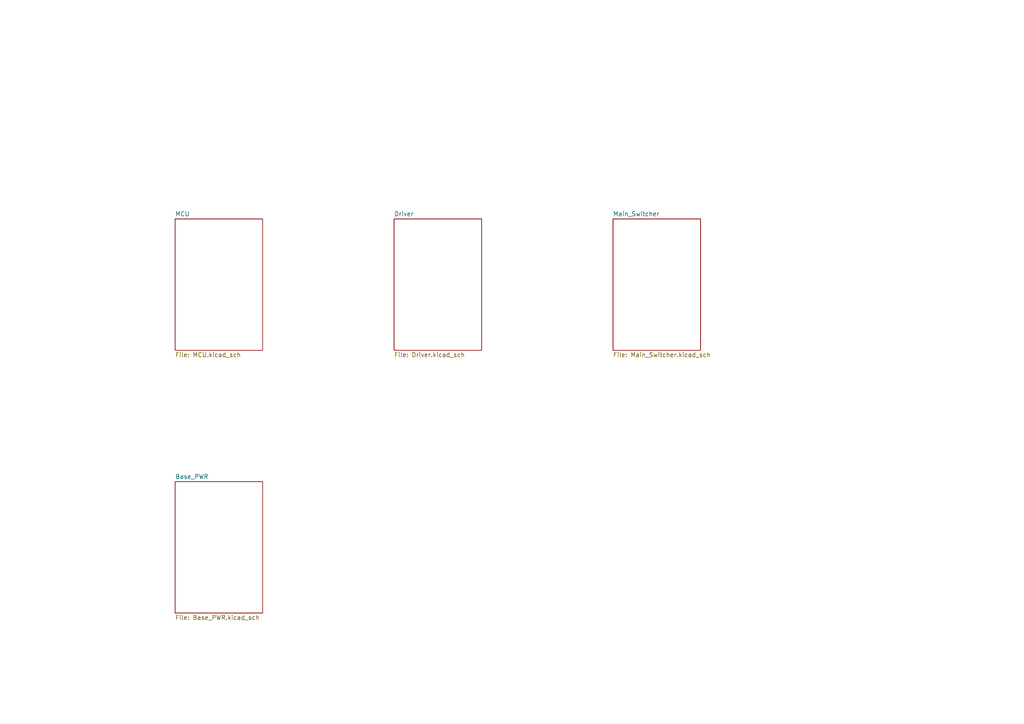
<source format=kicad_sch>
(kicad_sch (version 20211123) (generator eeschema)
  (paper "A4")
  (lib_symbols)
  (sheet (at 50.8 63.5) (size 25.4 38.1) (stroke (width 0.1524))
    (property "Sheet name" "MCU" (at 50.8 62.7884 0) (effects (justify left bottom)))
    (property "Sheet file" "MCU.kicad_sch" (at 50.8 102.1846 0) (effects (justify left top)))
  )
  (sheet (at 177.8 63.5) (size 25.4 38.1) (stroke (width 0.1524))
    (property "Sheet name" "Main_Switcher" (at 177.8 62.7884 0) (effects (justify left bottom)))
    (property "Sheet file" "Main_Switcher.kicad_sch" (at 177.8 102.1846 0) (effects (justify left top)))
  )
  (sheet (at 50.8 139.7) (size 25.4 38.1) (stroke (width 0.1524))
    (property "Sheet name" "Base_PWR" (at 50.8 138.9884 0) (effects (justify left bottom)))
    (property "Sheet file" "Base_PWR.kicad_sch" (at 50.8 178.3846 0) (effects (justify left top)))
  )
  (sheet (at 114.3 63.5) (size 25.4 38.1) (stroke (width 0.1524))
    (property "Sheet name" "Driver" (at 114.3 62.7884 0) (effects (justify left bottom)))
    (property "Sheet file" "Driver.kicad_sch" (at 114.3 102.1846 0) (effects (justify left top)))
  )
)
</source>
